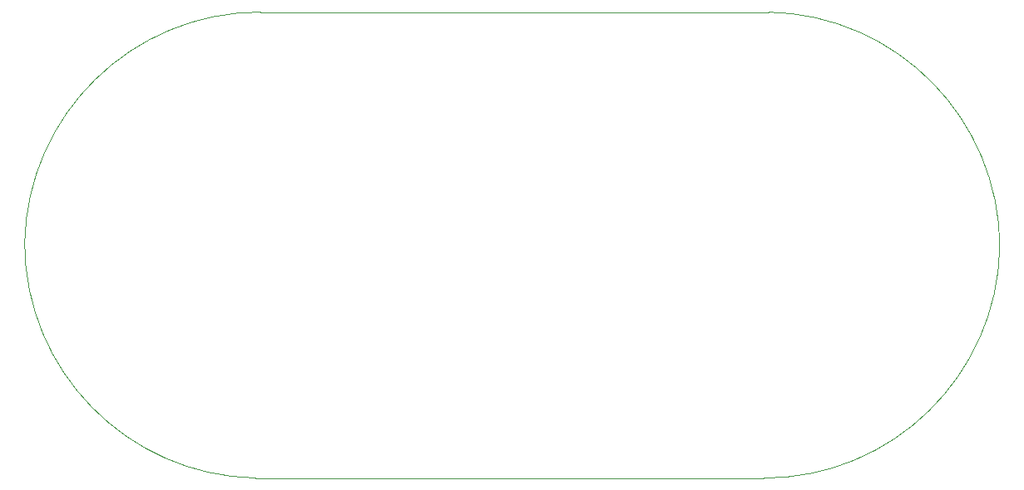
<source format=gm1>
G04 #@! TF.GenerationSoftware,KiCad,Pcbnew,8.0.2*
G04 #@! TF.CreationDate,2024-09-05T18:17:44-04:00*
G04 #@! TF.ProjectId,5v-regulator-v1,35762d72-6567-4756-9c61-746f722d7631,rev?*
G04 #@! TF.SameCoordinates,Original*
G04 #@! TF.FileFunction,Profile,NP*
%FSLAX46Y46*%
G04 Gerber Fmt 4.6, Leading zero omitted, Abs format (unit mm)*
G04 Created by KiCad (PCBNEW 8.0.2) date 2024-09-05 18:17:44*
%MOMM*%
%LPD*%
G01*
G04 APERTURE LIST*
G04 #@! TA.AperFunction,Profile*
%ADD10C,0.050000*%
G04 #@! TD*
G04 APERTURE END LIST*
D10*
X140999999Y-45494793D02*
X192750000Y-45500000D01*
X192750000Y-45500000D02*
G75*
G02*
X216255208Y-69499999I-500000J-24000000D01*
G01*
X140505207Y-92999999D02*
X192250001Y-93005207D01*
X216250000Y-69500000D02*
G75*
G02*
X192250001Y-93005208I-24000000J500000D01*
G01*
X117000000Y-69000000D02*
G75*
G02*
X140999999Y-45494792I24000000J-500000D01*
G01*
X140505207Y-92999999D02*
G75*
G02*
X116999993Y-69000000I499993J23999999D01*
G01*
M02*

</source>
